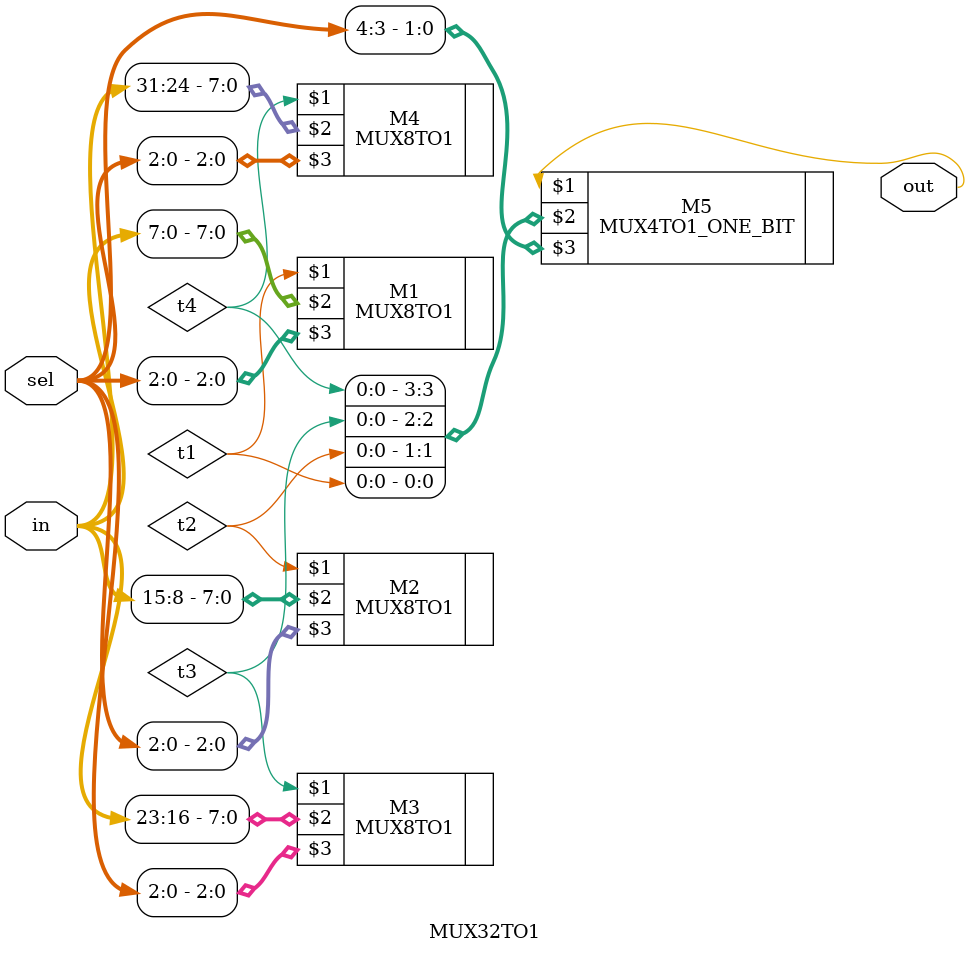
<source format=v>
`timescale 1ns / 1ps


module MUX32TO1(out,in,sel);
    input [31:0] in;
    input [4:0] sel;
    output out;
    
    wire t1,t2,t3,t4;
    
    MUX8TO1         M1(t1,in[7:0],sel[2:0]);
    MUX8TO1         M2(t2,in[15:8],sel[2:0]);
    MUX8TO1         M3(t3,in[23:16],sel[2:0]);
    MUX8TO1         M4(t4,in[31:24],sel[2:0]);
    
    MUX4TO1_ONE_BIT M5(out,{t4,t3,t2,t1},sel[4:3]);
endmodule

</source>
